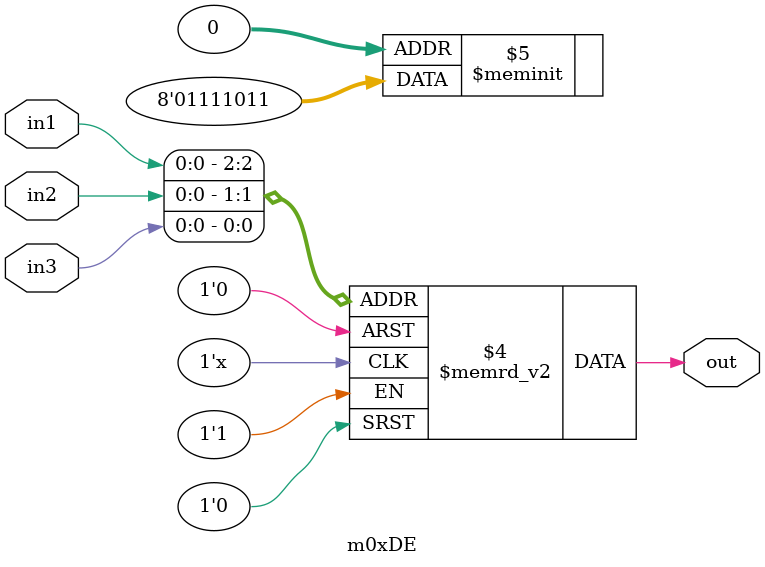
<source format=v>
module m0xDE(output out, input in1, in2, in3);

   always @(in1, in2, in3)
     begin
        case({in1, in2, in3})
          3'b000: {out} = 1'b1;
          3'b001: {out} = 1'b1;
          3'b010: {out} = 1'b0;
          3'b011: {out} = 1'b1;
          3'b100: {out} = 1'b1;
          3'b101: {out} = 1'b1;
          3'b110: {out} = 1'b1;
          3'b111: {out} = 1'b0;
        endcase // case ({in1, in2, in3})
     end // always @ (in1, in2, in3)

endmodule // m0xDE
</source>
